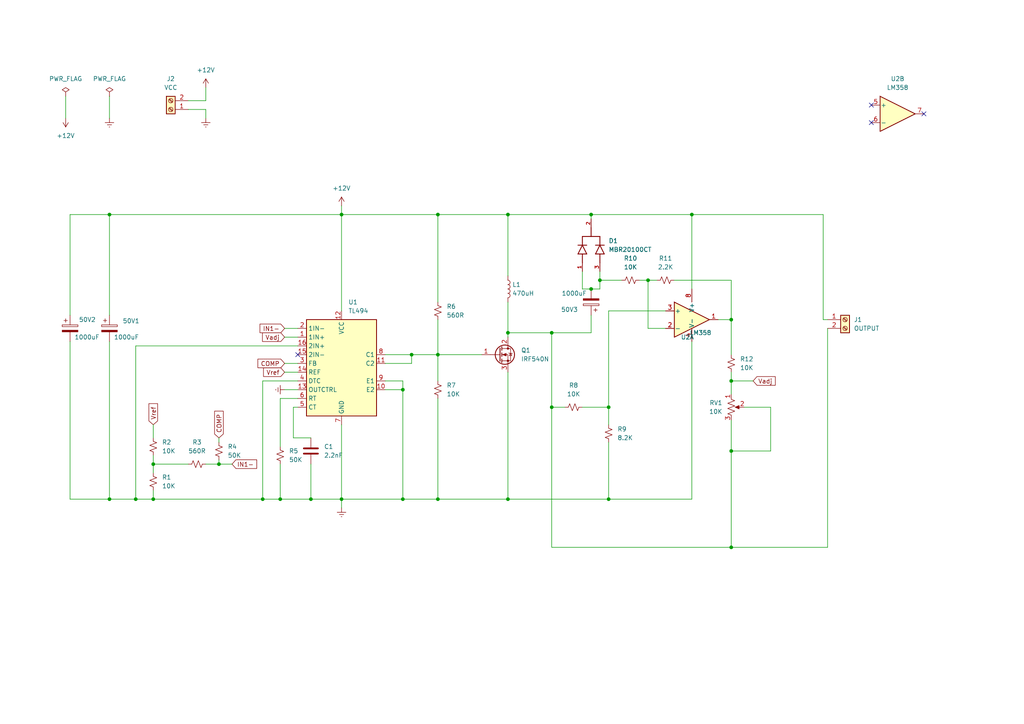
<source format=kicad_sch>
(kicad_sch (version 20230121) (generator eeschema)
  (paper "A4")
  (title_block (title "High Power DC-DC Boost Converter ") (date "05.12.2023") (rev "1.0") (company "by Muxtar_Safarov"))
  (lib_symbols
    (symbol "Amplifier_Operational:LM358" (pin_names (offset 0.127))
      (property "Reference" "U" (at 0 5.08 0))
      (property "Value" "LM358" (at 0 -5.08 0))
      (symbol "LM358_1_1"
        (polyline (pts (xy -5.08 5.08) (xy 5.08 0) (xy -5.08 -5.08) (xy -5.08 5.08)) (stroke (width 0.254)) (fill (type background)))
        (pin output line (at 7.62 0 180) (length 2.54) (name "~") (number "1"))
        (pin input line (at -7.62 -2.54 0) (length 2.54) (name "-") (number "2"))
        (pin input line (at -7.62 2.54 0) (length 2.54) (name "+") (number "3"))
      )
      (symbol "LM358_2_1"
        (polyline (pts (xy -5.08 5.08) (xy 5.08 0) (xy -5.08 -5.08) (xy -5.08 5.08)) (stroke (width 0.254)) (fill (type background)))
        (pin input line (at -7.62 2.54 0) (length 2.54) (name "+") (number "5"))
        (pin input line (at -7.62 -2.54 0) (length 2.54) (name "-") (number "6"))
        (pin output line (at 7.62 0 180) (length 2.54) (name "~") (number "7"))
      )
      (symbol "LM358_3_1"
        (pin power_in line (at -2.54 -7.62 90) (length 3.81) (name "V-") (number "4"))
        (pin power_in line (at -2.54 7.62 270) (length 3.81) (name "V+") (number "8"))
      )
    )
    (symbol "Connector:Screw_Terminal_01x02" (pin_names (offset 1.016) hide)
      (property "Reference" "J" (at 0 2.54 0))
      (property "Value" "Screw_Terminal_01x02" (at 0 -5.08 0))
      (symbol "Screw_Terminal_01x02_1_1"
        (rectangle (start -1.27 1.27) (end 1.27 -3.81) (stroke (width 0.254)) (fill (type background)))
        (circle (center 0 -2.54) (radius 0.635) (stroke (width 0.1524)))
        (polyline (pts (xy -0.5334 -2.2098) (xy 0.3302 -3.048)) (stroke (width 0.1524)))
        (polyline (pts (xy -0.5334 0.3302) (xy 0.3302 -0.508)) (stroke (width 0.1524)))
        (polyline (pts (xy -0.3556 -2.032) (xy 0.508 -2.8702)) (stroke (width 0.1524)))
        (polyline (pts (xy -0.3556 0.508) (xy 0.508 -0.3302)) (stroke (width 0.1524)))
        (circle (center 0 0) (radius 0.635) (stroke (width 0.1524)))
        (pin passive line (at -5.08 0 0) (length 3.81) (name "Pin_1") (number "1"))
        (pin passive line (at -5.08 -2.54 0) (length 3.81) (name "Pin_2") (number "2"))
      )
    )
    (symbol "Device:C" (pin_numbers hide) (pin_names (offset 0.254))
      (property "Reference" "C" (at 0.635 2.54 0))
      (property "Value" "C" (at 0.635 -2.54 0))
      (symbol "C_0_1"
        (polyline (pts (xy -2.032 -0.762) (xy 2.032 -0.762)) (stroke (width 0.508)))
        (polyline (pts (xy -2.032 0.762) (xy 2.032 0.762)) (stroke (width 0.508)))
      )
      (symbol "C_1_1"
        (pin passive line (at 0 3.81 270) (length 2.794) (name "~") (number "1"))
        (pin passive line (at 0 -3.81 90) (length 2.794) (name "~") (number "2"))
      )
    )
    (symbol "Device:C_Polarized" (pin_numbers hide) (pin_names (offset 0.254))
      (property "Reference" "C" (at 0.635 2.54 0))
      (property "Value" "C_Polarized" (at 0.635 -2.54 0))
      (symbol "C_Polarized_0_1"
        (rectangle (start -2.286 0.508) (end 2.286 1.016))
        (polyline (pts (xy -1.778 2.286) (xy -0.762 2.286)))
        (polyline (pts (xy -1.27 2.794) (xy -1.27 1.778)))
        (rectangle (start 2.286 -0.508) (end -2.286 -1.016) (fill (type outline)))
      )
      (symbol "C_Polarized_1_1"
        (pin passive line (at 0 3.81 270) (length 2.794) (name "~") (number "1"))
        (pin passive line (at 0 -3.81 90) (length 2.794) (name "~") (number "2"))
      )
    )
    (symbol "Device:L" (pin_numbers hide) (pin_names (offset 1.016) hide)
      (property "Reference" "L" (at -1.27 0 90))
      (property "Value" "L" (at 1.905 0 90))
      (symbol "L_0_1"
        (arc (start 0 -2.54) (mid 0.6323 -1.905) (end 0 -1.27))
        (arc (start 0 -1.27) (mid 0.6323 -0.635) (end 0 0))
        (arc (start 0 0) (mid 0.6323 0.635) (end 0 1.27))
        (arc (start 0 1.27) (mid 0.6323 1.905) (end 0 2.54))
      )
      (symbol "L_1_1"
        (pin passive line (at 0 3.81 270) (length 1.27) (name "1") (number "1"))
        (pin passive line (at 0 -3.81 90) (length 1.27) (name "2") (number "2"))
      )
    )
    (symbol "Device:R_Potentiometer_US" (pin_names (offset 1.016) hide)
      (property "Reference" "RV" (at -4.445 0 90))
      (property "Value" "R_Potentiometer_US" (at -2.54 0 90))
      (symbol "R_Potentiometer_US_0_1"
        (polyline (pts (xy 0 -2.286) (xy 0 -2.54)))
        (polyline (pts (xy 0 2.54) (xy 0 2.286)))
        (polyline (pts (xy 2.54 0) (xy 1.524 0)))
        (polyline (pts (xy 1.143 0) (xy 2.286 0.508) (xy 2.286 -0.508) (xy 1.143 0)) (fill (type outline)))
        (polyline (pts (xy 0 -0.762) (xy 1.016 -1.143) (xy 0 -1.524) (xy -1.016 -1.905) (xy 0 -2.286)))
        (polyline (pts (xy 0 0.762) (xy 1.016 0.381) (xy 0 0) (xy -1.016 -0.381) (xy 0 -0.762)))
        (polyline (pts (xy 0 2.286) (xy 1.016 1.905) (xy 0 1.524) (xy -1.016 1.143) (xy 0 0.762)))
      )
      (symbol "R_Potentiometer_US_1_1"
        (pin passive line (at 0 3.81 270) (length 1.27) (name "1") (number "1"))
        (pin passive line (at 3.81 0 180) (length 1.27) (name "2") (number "2"))
        (pin passive line (at 0 -3.81 90) (length 1.27) (name "3") (number "3"))
      )
    )
    (symbol "Device:R_Small_US" (pin_numbers hide) (pin_names (offset 0.254) hide)
      (property "Reference" "R" (at 0.762 0.508 0))
      (property "Value" "R_Small_US" (at 0.762 -1.016 0))
      (symbol "R_Small_US_1_1"
        (polyline (pts (xy 0 0) (xy 1.016 -0.381) (xy 0 -0.762) (xy -1.016 -1.143) (xy 0 -1.524)))
        (polyline (pts (xy 0 1.524) (xy 1.016 1.143) (xy 0 0.762) (xy -1.016 0.381) (xy 0 0)))
        (pin passive line (at 0 2.54 270) (length 1.016) (name "~") (number "1"))
        (pin passive line (at 0 -2.54 90) (length 1.016) (name "~") (number "2"))
      )
    )
    (symbol "MBR20100CT:MBR20100CT" (pin_names (offset 1.016))
      (property "Reference" "D" (at -7.62 5.08 0))
      (property "Value" "MBR20100CT" (at -7.62 -5.08 0))
      (symbol "MBR20100CT_0_0"
        (polyline (pts (xy -5.08 -2.54) (xy -2.54 -2.54)) (stroke (width 0.254)))
        (polyline (pts (xy -5.08 2.54) (xy -2.54 2.54)) (stroke (width 0.254)))
        (polyline (pts (xy -2.54 -3.81) (xy 0 -2.54)) (stroke (width 0.254)))
        (polyline (pts (xy -2.54 -2.54) (xy -2.54 -3.81)) (stroke (width 0.254)))
        (polyline (pts (xy -2.54 -1.27) (xy -2.54 -2.54)) (stroke (width 0.254)))
        (polyline (pts (xy -2.54 1.27) (xy 0 2.54)) (stroke (width 0.254)))
        (polyline (pts (xy -2.54 2.54) (xy -2.54 1.27)) (stroke (width 0.254)))
        (polyline (pts (xy -2.54 3.81) (xy -2.54 2.54)) (stroke (width 0.254)))
        (polyline (pts (xy 0 -2.54) (xy -2.54 -1.27)) (stroke (width 0.254)))
        (polyline (pts (xy 0 -2.54) (xy 0 -3.81)) (stroke (width 0.254)))
        (polyline (pts (xy 0 -1.27) (xy 0 -2.54)) (stroke (width 0.254)))
        (polyline (pts (xy 0 2.54) (xy -2.54 3.81)) (stroke (width 0.254)))
        (polyline (pts (xy 0 2.54) (xy 0 1.27)) (stroke (width 0.254)))
        (polyline (pts (xy 0 3.81) (xy 0 2.54)) (stroke (width 0.254)))
        (polyline (pts (xy 2.54 -2.54) (xy 0 -2.54)) (stroke (width 0.254)))
        (polyline (pts (xy 2.54 0) (xy 2.54 -2.54)) (stroke (width 0.254)))
        (polyline (pts (xy 2.54 0) (xy 5.08 0)) (stroke (width 0.254)))
        (polyline (pts (xy 2.54 2.54) (xy 0 2.54)) (stroke (width 0.254)))
        (polyline (pts (xy 2.54 2.54) (xy 2.54 0)) (stroke (width 0.254)))
        (pin passive line (at -7.62 2.54 0) (length 2.54) (name "~") (number "1"))
        (pin passive line (at 7.62 0 180) (length 2.54) (name "~") (number "2"))
        (pin passive line (at -7.62 -2.54 0) (length 2.54) (name "~") (number "3"))
      )
    )
    (symbol "Regulator_Controller:TL494"
      (property "Reference" "U" (at 3.81 19.05 0))
      (property "Value" "TL494" (at 3.81 16.51 0))
      (symbol "TL494_0_1"
        (rectangle (start -10.16 -12.7) (end 10.16 15.24) (stroke (width 0.254)) (fill (type background)))
      )
      (symbol "TL494_1_1"
        (pin input line (at -12.7 10.16 0) (length 2.54) (name "1IN+") (number "1"))
        (pin passive line (at 12.7 -5.08 180) (length 2.54) (name "E2") (number "10"))
        (pin passive line (at 12.7 2.54 180) (length 2.54) (name "C2") (number "11"))
        (pin power_in line (at 0 17.78 270) (length 2.54) (name "VCC") (number "12"))
        (pin input line (at -12.7 -5.08 0) (length 2.54) (name "OUTCTRL") (number "13"))
        (pin power_out line (at -12.7 0 0) (length 2.54) (name "REF") (number "14"))
        (pin input line (at -12.7 5.08 0) (length 2.54) (name "2IN-") (number "15"))
        (pin input line (at -12.7 7.62 0) (length 2.54) (name "2IN+") (number "16"))
        (pin input line (at -12.7 12.7 0) (length 2.54) (name "1IN-") (number "2"))
        (pin output line (at -12.7 2.54 0) (length 2.54) (name "FB") (number "3"))
        (pin input line (at -12.7 -2.54 0) (length 2.54) (name "DTC") (number "4"))
        (pin passive line (at -12.7 -10.16 0) (length 2.54) (name "CT") (number "5"))
        (pin passive line (at -12.7 -7.62 0) (length 2.54) (name "RT") (number "6"))
        (pin power_in line (at 0 -15.24 90) (length 2.54) (name "GND") (number "7"))
        (pin passive line (at 12.7 5.08 180) (length 2.54) (name "C1") (number "8"))
        (pin passive line (at 12.7 -2.54 180) (length 2.54) (name "E1") (number "9"))
      )
    )
    (symbol "Transistor_FET:IRF540N" (pin_names hide)
      (property "Reference" "Q" (at 6.35 1.905 0))
      (property "Value" "IRF540N" (at 6.35 0 0))
      (symbol "IRF540N_0_1"
        (polyline (pts (xy 0.254 0) (xy -2.54 0)))
        (polyline (pts (xy 0.254 1.905) (xy 0.254 -1.905)) (stroke (width 0.254)))
        (polyline (pts (xy 0.762 -1.27) (xy 0.762 -2.286)) (stroke (width 0.254)))
        (polyline (pts (xy 0.762 0.508) (xy 0.762 -0.508)) (stroke (width 0.254)))
        (polyline (pts (xy 0.762 2.286) (xy 0.762 1.27)) (stroke (width 0.254)))
        (polyline (pts (xy 2.54 2.54) (xy 2.54 1.778)))
        (polyline (pts (xy 2.54 -2.54) (xy 2.54 0) (xy 0.762 0)))
        (polyline (pts (xy 0.762 -1.778) (xy 3.302 -1.778) (xy 3.302 1.778) (xy 0.762 1.778)))
        (polyline (pts (xy 1.016 0) (xy 2.032 0.381) (xy 2.032 -0.381) (xy 1.016 0)) (fill (type outline)))
        (polyline (pts (xy 2.794 0.508) (xy 2.921 0.381) (xy 3.683 0.381) (xy 3.81 0.254)))
        (polyline (pts (xy 3.302 0.381) (xy 2.921 -0.254) (xy 3.683 -0.254) (xy 3.302 0.381)))
        (circle (center 1.651 0) (radius 2.794) (stroke (width 0.254)))
        (circle (center 2.54 -1.778) (radius 0.254) (fill (type outline)))
        (circle (center 2.54 1.778) (radius 0.254) (fill (type outline)))
      )
      (symbol "IRF540N_1_1"
        (pin input line (at -5.08 0 0) (length 2.54) (name "G") (number "1"))
        (pin passive line (at 2.54 5.08 270) (length 2.54) (name "D") (number "2"))
        (pin passive line (at 2.54 -5.08 90) (length 2.54) (name "S") (number "3"))
      )
    )
    (symbol "power:+12V" (power) (pin_names (offset 0))
      (property "Value" "+12V" (at 0 3.556 0))
      (symbol "+12V_0_1"
        (polyline (pts (xy -0.762 1.27) (xy 0 2.54)))
        (polyline (pts (xy 0 0) (xy 0 2.54)))
        (polyline (pts (xy 0 2.54) (xy 0.762 1.27)))
      )
      (symbol "+12V_1_1"
        (pin power_in line (at 0 0 90) (length 0) hide (name "+12V") (number "1"))
      )
    )
    (symbol "power:Earth" (power) (pin_names (offset 0))
      (symbol "Earth_0_1"
        (polyline (pts (xy -0.635 -1.905) (xy 0.635 -1.905)))
        (polyline (pts (xy -0.127 -2.54) (xy 0.127 -2.54)))
        (polyline (pts (xy 0 -1.27) (xy 0 0)))
        (polyline (pts (xy 1.27 -1.27) (xy -1.27 -1.27)))
      )
      (symbol "Earth_1_1"
        (pin power_in line (at 0 0 270) (length 0) hide (name "Earth") (number "1"))
      )
    )
    (symbol "power:PWR_FLAG" (power) (pin_numbers hide) (pin_names (offset 0) hide)
      (property "Value" "PWR_FLAG" (at 0 3.81 0))
      (symbol "PWR_FLAG_0_0"
        (pin power_out line (at 0 0 90) (length 0) (name "pwr") (number "1"))
      )
      (symbol "PWR_FLAG_0_1"
        (polyline (pts (xy 0 0) (xy 0 1.27) (xy -1.016 1.905) (xy 0 2.54) (xy 1.016 1.905) (xy 0 1.27)))
      )
    )
  )
  (junction (at 160.02 118.11))
  (junction (at 212.09 92.71))
  (junction (at 116.84 144.78))
  (junction (at 212.09 158.75))
  (junction (at 176.53 144.78))
  (junction (at 127 62.23))
  (junction (at 99.06 62.23))
  (junction (at 44.45 144.78))
  (junction (at 147.32 144.78))
  (junction (at 119.38 102.87))
  (junction (at 39.37 144.78))
  (junction (at 212.09 130.81))
  (junction (at 76.2 144.78))
  (junction (at 187.96 81.28))
  (junction (at 173.99 81.28))
  (junction (at 90.17 144.78))
  (junction (at 147.32 62.23))
  (junction (at 81.28 144.78))
  (junction (at 63.5 134.62))
  (junction (at 44.45 134.62))
  (junction (at 31.75 144.78))
  (junction (at 160.02 96.52))
  (junction (at 171.45 83.82))
  (junction (at 127 144.78))
  (junction (at 116.84 113.03))
  (junction (at 31.75 62.23))
  (junction (at 127 102.87))
  (junction (at 200.66 62.23))
  (junction (at 99.06 144.78))
  (junction (at 212.09 110.49))
  (junction (at 147.32 96.52))
  (junction (at 176.53 118.11))
  (junction (at 171.45 62.23))
  (no_connect (at 86.36 102.87))
  (no_connect (at 252.73 30.48))
  (no_connect (at 252.73 35.56))
  (no_connect (at 267.97 33.02))
  (wire (pts (xy 20.32 99.06) (xy 20.32 144.78)))
  (wire (pts (xy 160.02 158.75) (xy 212.09 158.75)))
  (wire (pts (xy 119.38 105.41) (xy 119.38 102.87)))
  (wire (pts (xy 171.45 63.5) (xy 171.45 62.23)))
  (wire (pts (xy 44.45 142.24) (xy 44.45 144.78)))
  (wire (pts (xy 200.66 144.78) (xy 176.53 144.78)))
  (wire (pts (xy 86.36 118.11) (xy 85.09 118.11)))
  (wire (pts (xy 187.96 95.25) (xy 187.96 81.28)))
  (wire (pts (xy 20.32 144.78) (xy 31.75 144.78)))
  (wire (pts (xy 163.83 118.11) (xy 160.02 118.11)))
  (wire (pts (xy 173.99 83.82) (xy 171.45 83.82)))
  (wire (pts (xy 31.75 62.23) (xy 99.06 62.23)))
  (wire (pts (xy 116.84 144.78) (xy 99.06 144.78)))
  (wire (pts (xy 54.61 29.21) (xy 59.69 29.21)))
  (wire (pts (xy 31.75 27.94) (xy 31.75 34.29)))
  (wire (pts (xy 168.91 118.11) (xy 176.53 118.11)))
  (wire (pts (xy 200.66 99.06) (xy 200.66 144.78)))
  (wire (pts (xy 173.99 78.74) (xy 173.99 81.28)))
  (wire (pts (xy 82.55 113.03) (xy 86.36 113.03)))
  (wire (pts (xy 63.5 127) (xy 63.5 128.27)))
  (wire (pts (xy 116.84 113.03) (xy 116.84 144.78)))
  (wire (pts (xy 31.75 144.78) (xy 39.37 144.78)))
  (wire (pts (xy 147.32 62.23) (xy 171.45 62.23)))
  (wire (pts (xy 240.03 95.25) (xy 240.03 158.75)))
  (wire (pts (xy 223.52 118.11) (xy 223.52 130.81)))
  (wire (pts (xy 127 87.63) (xy 127 62.23)))
  (wire (pts (xy 173.99 81.28) (xy 173.99 83.82)))
  (wire (pts (xy 147.32 96.52) (xy 147.32 97.79)))
  (wire (pts (xy 176.53 128.27) (xy 176.53 144.78)))
  (wire (pts (xy 127 144.78) (xy 116.84 144.78)))
  (wire (pts (xy 176.53 90.17) (xy 176.53 118.11)))
  (wire (pts (xy 200.66 62.23) (xy 171.45 62.23)))
  (wire (pts (xy 76.2 144.78) (xy 81.28 144.78)))
  (wire (pts (xy 63.5 134.62) (xy 67.31 134.62)))
  (wire (pts (xy 44.45 123.19) (xy 44.45 127)))
  (wire (pts (xy 44.45 134.62) (xy 54.61 134.62)))
  (wire (pts (xy 54.61 31.75) (xy 59.69 31.75)))
  (wire (pts (xy 31.75 91.44) (xy 31.75 62.23)))
  (wire (pts (xy 39.37 100.33) (xy 39.37 144.78)))
  (wire (pts (xy 44.45 134.62) (xy 44.45 137.16)))
  (wire (pts (xy 63.5 133.35) (xy 63.5 134.62)))
  (wire (pts (xy 212.09 121.92) (xy 212.09 130.81)))
  (wire (pts (xy 160.02 96.52) (xy 147.32 96.52)))
  (wire (pts (xy 223.52 130.81) (xy 212.09 130.81)))
  (wire (pts (xy 85.09 118.11) (xy 85.09 127)))
  (wire (pts (xy 147.32 107.95) (xy 147.32 144.78)))
  (wire (pts (xy 127 62.23) (xy 99.06 62.23)))
  (wire (pts (xy 111.76 110.49) (xy 116.84 110.49)))
  (wire (pts (xy 99.06 123.19) (xy 99.06 144.78)))
  (wire (pts (xy 82.55 105.41) (xy 86.36 105.41)))
  (wire (pts (xy 195.58 81.28) (xy 212.09 81.28)))
  (wire (pts (xy 116.84 110.49) (xy 116.84 113.03)))
  (wire (pts (xy 99.06 59.69) (xy 99.06 62.23)))
  (wire (pts (xy 160.02 96.52) (xy 160.02 118.11)))
  (wire (pts (xy 238.76 62.23) (xy 238.76 92.71)))
  (wire (pts (xy 44.45 132.08) (xy 44.45 134.62)))
  (wire (pts (xy 168.91 83.82) (xy 171.45 83.82)))
  (wire (pts (xy 176.53 144.78) (xy 147.32 144.78)))
  (wire (pts (xy 212.09 102.87) (xy 212.09 92.71)))
  (wire (pts (xy 193.04 95.25) (xy 187.96 95.25)))
  (wire (pts (xy 240.03 92.71) (xy 238.76 92.71)))
  (wire (pts (xy 99.06 90.17) (xy 99.06 62.23)))
  (wire (pts (xy 59.69 25.4) (xy 59.69 29.21)))
  (wire (pts (xy 212.09 110.49) (xy 212.09 114.3)))
  (wire (pts (xy 127 102.87) (xy 139.7 102.87)))
  (wire (pts (xy 82.55 95.25) (xy 86.36 95.25)))
  (wire (pts (xy 147.32 144.78) (xy 127 144.78)))
  (wire (pts (xy 59.69 134.62) (xy 63.5 134.62)))
  (wire (pts (xy 127 102.87) (xy 127 110.49)))
  (wire (pts (xy 185.42 81.28) (xy 187.96 81.28)))
  (wire (pts (xy 99.06 147.32) (xy 99.06 144.78)))
  (wire (pts (xy 187.96 81.28) (xy 190.5 81.28)))
  (wire (pts (xy 86.36 110.49) (xy 76.2 110.49)))
  (wire (pts (xy 81.28 144.78) (xy 90.17 144.78)))
  (wire (pts (xy 176.53 118.11) (xy 176.53 123.19)))
  (wire (pts (xy 215.9 118.11) (xy 223.52 118.11)))
  (wire (pts (xy 76.2 110.49) (xy 76.2 144.78)))
  (wire (pts (xy 171.45 96.52) (xy 160.02 96.52)))
  (wire (pts (xy 59.69 31.75) (xy 59.69 34.29)))
  (wire (pts (xy 193.04 90.17) (xy 176.53 90.17)))
  (wire (pts (xy 86.36 115.57) (xy 81.28 115.57)))
  (wire (pts (xy 81.28 134.62) (xy 81.28 144.78)))
  (wire (pts (xy 160.02 158.75) (xy 160.02 118.11)))
  (wire (pts (xy 111.76 113.03) (xy 116.84 113.03)))
  (wire (pts (xy 81.28 115.57) (xy 81.28 129.54)))
  (wire (pts (xy 212.09 130.81) (xy 212.09 158.75)))
  (wire (pts (xy 119.38 102.87) (xy 127 102.87)))
  (wire (pts (xy 127 115.57) (xy 127 144.78)))
  (wire (pts (xy 90.17 144.78) (xy 99.06 144.78)))
  (wire (pts (xy 147.32 87.63) (xy 147.32 96.52)))
  (wire (pts (xy 85.09 127) (xy 90.17 127)))
  (wire (pts (xy 212.09 110.49) (xy 218.44 110.49)))
  (wire (pts (xy 39.37 144.78) (xy 44.45 144.78)))
  (wire (pts (xy 173.99 81.28) (xy 180.34 81.28)))
  (wire (pts (xy 86.36 100.33) (xy 39.37 100.33)))
  (wire (pts (xy 19.05 27.94) (xy 19.05 34.29)))
  (wire (pts (xy 147.32 62.23) (xy 127 62.23)))
  (wire (pts (xy 212.09 92.71) (xy 208.28 92.71)))
  (wire (pts (xy 212.09 107.95) (xy 212.09 110.49)))
  (wire (pts (xy 82.55 107.95) (xy 86.36 107.95)))
  (wire (pts (xy 31.75 99.06) (xy 31.75 144.78)))
  (wire (pts (xy 147.32 80.01) (xy 147.32 62.23)))
  (wire (pts (xy 171.45 91.44) (xy 171.45 96.52)))
  (wire (pts (xy 212.09 81.28) (xy 212.09 92.71)))
  (wire (pts (xy 20.32 91.44) (xy 20.32 62.23)))
  (wire (pts (xy 127 102.87) (xy 127 92.71)))
  (wire (pts (xy 111.76 105.41) (xy 119.38 105.41)))
  (wire (pts (xy 200.66 83.82) (xy 200.66 62.23)))
  (wire (pts (xy 212.09 158.75) (xy 240.03 158.75)))
  (wire (pts (xy 168.91 78.74) (xy 168.91 83.82)))
  (wire (pts (xy 44.45 144.78) (xy 76.2 144.78)))
  (wire (pts (xy 20.32 62.23) (xy 31.75 62.23)))
  (wire (pts (xy 82.55 97.79) (xy 86.36 97.79)))
  (wire (pts (xy 238.76 62.23) (xy 200.66 62.23)))
  (wire (pts (xy 90.17 134.62) (xy 90.17 144.78)))
  (wire (pts (xy 111.76 102.87) (xy 119.38 102.87)))
  (global_label "Vadj" (shape input) (at 218.44 110.49 0) (property "Intersheetrefs" "${INTERSHEET_REFS}" (effects hide)))
  (global_label "IN1-" (shape input) (at 67.31 134.62 0) (property "Intersheetrefs" "${INTERSHEET_REFS}" (effects hide)))
  (global_label "COMP" (shape input) (at 63.5 127 90) (property "Intersheetrefs" "${INTERSHEET_REFS}" (effects hide)))
  (global_label "COMP" (shape input) (at 82.55 105.41 180) (property "Intersheetrefs" "${INTERSHEET_REFS}" (effects hide)))
  (global_label "Vadj" (shape input) (at 82.55 97.79 180) (property "Intersheetrefs" "${INTERSHEET_REFS}" (effects hide)))
  (global_label "IN1-" (shape input) (at 82.55 95.25 180) (property "Intersheetrefs" "${INTERSHEET_REFS}" (effects hide)))
  (global_label "Vref" (shape input) (at 82.55 107.95 180) (property "Intersheetrefs" "${INTERSHEET_REFS}" (effects hide)))
  (global_label "Vref" (shape input) (at 44.45 123.19 90) (property "Intersheetrefs" "${INTERSHEET_REFS}" (effects hide)))
  (symbol (lib_id "Regulator_Controller:TL494") (at 99.06 107.95 0) (unit 1)
    (property "Reference" "U1" (at 101.0159 87.63 0) (effects (justify left)))
    (property "Value" "TL494" (at 101.0159 90.17 0) (effects (justify left)))
    (property "Footprint" "Package_DIP:DIP-16_W7.62mm" (effects hide))
    (property "Datasheet" "http://www.ti.com/lit/ds/symlink/tl494.pdf" (effects hide))
  )
  (symbol (lib_id "Device:R_Small_US") (at 193.04 81.28 270) (unit 1)
    (property "Reference" "R11" (at 193.04 74.93 90))
    (property "Value" "2.2K" (at 193.04 77.47 90))
    (property "Footprint" "Resistor_THT:R_Axial_DIN0411_L9.9mm_D3.6mm_P15.24mm_Horizontal" (effects hide))
  )
  (symbol (lib_id "Connector:Screw_Terminal_01x02") (at 245.11 92.71 0) (unit 1)
    (property "Reference" "J1" (at 247.65 92.71 0) (effects (justify left)))
    (property "Value" "OUTPUT" (at 247.65 95.25 0) (effects (justify left)))
    (property "Footprint" "TerminalBlock:TerminalBlock_bornier-2_P5.08mm" (effects hide))
  )
  (symbol (lib_id "Device:L") (at 147.32 83.82 0) (unit 1)
    (property "Reference" "L1" (at 148.59 82.55 0) (effects (justify left)))
    (property "Value" "470uH" (at 148.59 85.09 0) (effects (justify left)))
    (property "Footprint" "Inductor_THT:L_Toroid_Vertical_L24.6mm_W15.5mm_P11.44mm_Pulse_KM-4" (effects hide))
  )
  (symbol (lib_id "power:Earth") (at 31.75 34.29 0) (unit 1)
    (property "Reference" "#PWR05" (effects hide))
    (property "Value" "Earth" (effects hide))
  )
  (symbol (lib_id "Device:C") (at 90.17 130.81 0) (unit 1)
    (property "Reference" "C1" (at 93.98 129.54 0) (effects (justify left)))
    (property "Value" "2.2nF" (at 93.98 132.08 0) (effects (justify left)))
    (property "Footprint" "Capacitor_THT:C_Disc_D7.5mm_W5.0mm_P7.50mm" (effects hide))
  )
  (symbol (lib_id "power:+12V") (at 99.06 59.69 0) (unit 1)
    (property "Reference" "#PWR01" (effects hide))
    (property "Value" "+12V" (at 99.06 54.61 0))
  )
  (symbol (lib_id "Device:R_Small_US") (at 57.15 134.62 90) (unit 1)
    (property "Reference" "R3" (at 57.15 128.27 90))
    (property "Value" "560R" (at 57.15 130.81 90))
    (property "Footprint" "Resistor_THT:R_Axial_DIN0411_L9.9mm_D3.6mm_P15.24mm_Horizontal" (effects hide))
  )
  (symbol (lib_id "Connector:Screw_Terminal_01x02") (at 49.53 31.75 180) (unit 1)
    (property "Reference" "J2" (at 49.53 22.86 0))
    (property "Value" "VCC" (at 49.53 25.4 0))
    (property "Footprint" "TerminalBlock:TerminalBlock_bornier-2_P5.08mm" (effects hide))
  )
  (symbol (lib_id "Device:R_Small_US") (at 127 113.03 180) (unit 1)
    (property "Reference" "R7" (at 129.54 111.76 0) (effects (justify right)))
    (property "Value" "10K" (at 129.54 114.3 0) (effects (justify right)))
    (property "Footprint" "Resistor_THT:R_Axial_DIN0411_L9.9mm_D3.6mm_P15.24mm_Horizontal" (effects hide))
  )
  (symbol (lib_id "Device:R_Small_US") (at 44.45 129.54 0) (unit 1)
    (property "Reference" "R2" (at 46.99 128.27 0) (effects (justify left)))
    (property "Value" "10K" (at 46.99 130.81 0) (effects (justify left)))
    (property "Footprint" "Resistor_THT:R_Axial_DIN0411_L9.9mm_D3.6mm_P15.24mm_Horizontal" (effects hide))
  )
  (symbol (lib_id "Device:R_Small_US") (at 166.37 118.11 270) (unit 1)
    (property "Reference" "R8" (at 166.37 111.76 90))
    (property "Value" "10K" (at 166.37 114.3 90))
    (property "Footprint" "Resistor_THT:R_Axial_DIN0411_L9.9mm_D3.6mm_P15.24mm_Horizontal" (effects hide))
  )
  (symbol (lib_id "power:+12V") (at 59.69 25.4 0) (unit 1)
    (property "Reference" "#PWR06" (effects hide))
    (property "Value" "+12V" (at 59.69 20.32 0))
  )
  (symbol (lib_id "power:Earth") (at 99.06 147.32 0) (unit 1)
    (property "Reference" "#PWR02" (effects hide))
    (property "Value" "Earth" (effects hide))
  )
  (symbol (lib_id "Amplifier_Operational:LM358") (at 203.2 91.44 0) (unit 3)
    (property "Reference" "U2" (effects hide))
    (property "Value" "LM358" (effects hide))
    (property "Footprint" "Package_DIP:DIP-8_W7.62mm" (effects hide))
    (property "Datasheet" "http://www.ti.com/lit/ds/symlink/lm2904-n.pdf" (effects hide))
  )
  (symbol (lib_id "power:PWR_FLAG") (at 31.75 27.94 0) (unit 1)
    (property "Reference" "#FLG02" (effects hide))
    (property "Value" "PWR_FLAG" (at 31.75 22.86 0))
  )
  (symbol (lib_id "Device:R_Small_US") (at 182.88 81.28 270) (unit 1)
    (property "Reference" "R10" (at 182.88 74.93 90))
    (property "Value" "10K" (at 182.88 77.47 90))
    (property "Footprint" "Resistor_THT:R_Axial_DIN0411_L9.9mm_D3.6mm_P15.24mm_Horizontal" (effects hide))
  )
  (symbol (lib_id "Device:R_Small_US") (at 212.09 105.41 0) (unit 1)
    (property "Reference" "R12" (at 214.63 104.14 0) (effects (justify left)))
    (property "Value" "10K" (at 214.63 106.68 0) (effects (justify left)))
    (property "Footprint" "Resistor_THT:R_Axial_DIN0411_L9.9mm_D3.6mm_P15.24mm_Horizontal" (effects hide))
  )
  (symbol (lib_id "Device:R_Small_US") (at 176.53 125.73 0) (unit 1)
    (property "Reference" "R9" (at 179.07 124.46 0) (effects (justify left)))
    (property "Value" "8.2K" (at 179.07 127 0) (effects (justify left)))
    (property "Footprint" "Resistor_THT:R_Axial_DIN0411_L9.9mm_D3.6mm_P15.24mm_Horizontal" (effects hide))
  )
  (symbol (lib_id "Device:R_Small_US") (at 127 90.17 180) (unit 1)
    (property "Reference" "R6" (at 129.54 88.9 0) (effects (justify right)))
    (property "Value" "560R" (at 129.54 91.44 0) (effects (justify right)))
    (property "Footprint" "Resistor_THT:R_Axial_DIN0411_L9.9mm_D3.6mm_P15.24mm_Horizontal" (effects hide))
  )
  (symbol (lib_id "Device:C_Polarized") (at 20.32 95.25 0) (unit 1)
    (property "Reference" "50V2" (at 22.86 92.71 0) (effects (justify left)))
    (property "Value" "1000uF" (at 21.59 97.79 0) (effects (justify left)))
    (property "Footprint" "Capacitor_THT:CP_Radial_D13.0mm_P7.50mm" (effects hide))
  )
  (symbol (lib_id "Transistor_FET:IRF540N") (at 144.78 102.87 0) (unit 1)
    (property "Reference" "Q1" (at 151.13 101.6 0) (effects (justify left)))
    (property "Value" "IRF540N" (at 151.13 104.14 0) (effects (justify left)))
    (property "Footprint" "Package_TO_SOT_THT:TO-220-3_Vertical" (effects hide))
    (property "Datasheet" "http://www.irf.com/product-info/datasheets/data/irf540n.pdf" (effects hide))
  )
  (symbol (lib_id "Amplifier_Operational:LM358") (at 200.66 92.71 0) (unit 1)
    (property "Reference" "U2" (at 199.39 97.79 0))
    (property "Value" "LM358" (at 203.2 96.52 0))
    (property "Footprint" "Package_DIP:DIP-8_W7.62mm" (effects hide))
    (property "Datasheet" "http://www.ti.com/lit/ds/symlink/lm2904-n.pdf" (effects hide))
  )
  (symbol (lib_id "power:+12V") (at 19.05 34.29 180) (unit 1)
    (property "Reference" "#PWR04" (effects hide))
    (property "Value" "+12V" (at 19.05 39.37 0))
  )
  (symbol (lib_id "MBR20100CT:MBR20100CT") (at 171.45 71.12 90) (unit 1)
    (property "Reference" "D1" (at 176.53 69.85 90) (effects (justify right)))
    (property "Value" "MBR20100CT" (at 176.53 72.39 90) (effects (justify right)))
    (property "Footprint" "MBR20100CT:TO254P1066X482X2286-3" (effects hide))
    (property "MF" "Diodes Inc." (effects hide))
    (property "MAXIMUM_PACKAGE_HEIGHT" "22.86 mm" (effects hide))
    (property "Package" "TO-220-3 ON Semiconductor" (effects hide))
    (property "Price" "None" (effects hide))
    (property "Check_prices" "https://www.snapeda.com/parts/MBR20100CT/Diodes+Inc./view-part/?ref=eda" (effects hide))
    (property "STANDARD" "IPC-7351B" (effects hide))
    (property "PARTREV" "8-2" (effects hide))
    (property "SnapEDA_Link" "https://www.snapeda.com/parts/MBR20100CT/Diodes+Inc./view-part/?ref=snap" (effects hide))
    (property "MP" "MBR20100CT" (effects hide))
    (property "Description" "\nDiode Array 1 Pair Common Cathode Schottky 100 V 10A Through Hole TO-262-3 Long Leads, I²Pak, TO-262AA\n" (effects hide))
    (property "MANUFACTURER" "DIODES, Inc." (effects hide))
    (property "Availability" "Not in stock" (effects hide))
    (property "SNAPEDA_PACKAGE_ID" "6730" (effects hide))
  )
  (symbol (lib_id "Device:C_Polarized") (at 171.45 87.63 180) (unit 1)
    (property "Reference" "50V3" (at 167.64 89.789 0) (effects (justify left)))
    (property "Value" "1000uF" (at 170.18 85.09 0) (effects (justify left)))
    (property "Footprint" "Capacitor_THT:CP_Radial_D13.0mm_P7.50mm" (effects hide))
  )
  (symbol (lib_id "Device:R_Small_US") (at 44.45 139.7 0) (unit 1)
    (property "Reference" "R1" (at 46.99 138.43 0) (effects (justify left)))
    (property "Value" "10K" (at 46.99 140.97 0) (effects (justify left)))
    (property "Footprint" "Resistor_THT:R_Axial_DIN0411_L9.9mm_D3.6mm_P15.24mm_Horizontal" (effects hide))
  )
  (symbol (lib_id "power:Earth") (at 82.55 113.03 270) (unit 1)
    (property "Reference" "#PWR03" (effects hide))
    (property "Value" "Earth" (effects hide))
  )
  (symbol (lib_id "Device:C_Polarized") (at 31.75 95.25 0) (unit 1)
    (property "Reference" "50V1" (at 35.56 93.091 0) (effects (justify left)))
    (property "Value" "1000uF" (at 33.02 97.79 0) (effects (justify left)))
    (property "Footprint" "Capacitor_THT:CP_Radial_D13.0mm_P7.50mm" (effects hide))
  )
  (symbol (lib_id "Device:R_Potentiometer_US") (at 212.09 118.11 0) (unit 1)
    (property "Reference" "RV1" (at 209.55 116.84 0) (effects (justify right)))
    (property "Value" "10K" (at 209.55 119.38 0) (effects (justify right)))
    (property "Footprint" "Potentiometer_THT:Potentiometer_Vishay_148-149_Single_Horizontal" (effects hide))
  )
  (symbol (lib_id "Device:R_Small_US") (at 63.5 130.81 180) (unit 1)
    (property "Reference" "R4" (at 66.04 129.54 0) (effects (justify right)))
    (property "Value" "50K" (at 66.04 132.08 0) (effects (justify right)))
    (property "Footprint" "Resistor_THT:R_Axial_DIN0411_L9.9mm_D3.6mm_P15.24mm_Horizontal" (effects hide))
  )
  (symbol (lib_id "power:Earth") (at 59.69 34.29 0) (unit 1)
    (property "Reference" "#PWR07" (effects hide))
    (property "Value" "Earth" (effects hide))
  )
  (symbol (lib_id "Amplifier_Operational:LM358") (at 260.35 33.02 0) (unit 2)
    (property "Reference" "U2" (at 260.35 22.86 0))
    (property "Value" "LM358" (at 260.35 25.4 0))
    (property "Footprint" "Package_DIP:DIP-8_W7.62mm" (effects hide))
    (property "Datasheet" "http://www.ti.com/lit/ds/symlink/lm2904-n.pdf" (effects hide))
  )
  (symbol (lib_id "Device:R_Small_US") (at 81.28 132.08 180) (unit 1)
    (property "Reference" "R5" (at 83.82 130.81 0) (effects (justify right)))
    (property "Value" "50K" (at 83.82 133.35 0) (effects (justify right)))
    (property "Footprint" "Resistor_THT:R_Axial_DIN0411_L9.9mm_D3.6mm_P15.24mm_Horizontal" (effects hide))
  )
  (symbol (lib_id "power:PWR_FLAG") (at 19.05 27.94 0) (unit 1)
    (property "Reference" "#FLG01" (effects hide))
    (property "Value" "PWR_FLAG" (at 19.05 22.86 0))
  )
)
</source>
